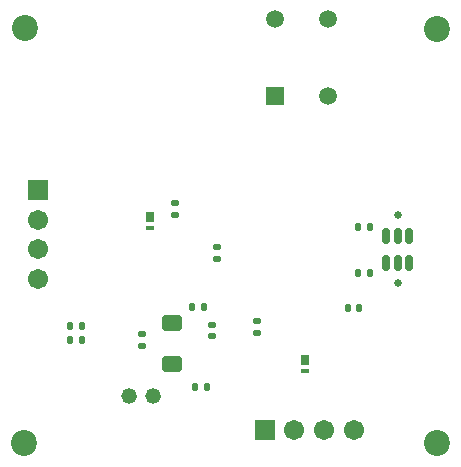
<source format=gbr>
%TF.GenerationSoftware,KiCad,Pcbnew,9.0.1*%
%TF.CreationDate,2025-04-28T02:05:13+08:00*%
%TF.ProjectId,Flight_Control,466c6967-6874-45f4-936f-6e74726f6c2e,rev?*%
%TF.SameCoordinates,Original*%
%TF.FileFunction,Soldermask,Bot*%
%TF.FilePolarity,Negative*%
%FSLAX46Y46*%
G04 Gerber Fmt 4.6, Leading zero omitted, Abs format (unit mm)*
G04 Created by KiCad (PCBNEW 9.0.1) date 2025-04-28 02:05:13*
%MOMM*%
%LPD*%
G01*
G04 APERTURE LIST*
G04 Aperture macros list*
%AMRoundRect*
0 Rectangle with rounded corners*
0 $1 Rounding radius*
0 $2 $3 $4 $5 $6 $7 $8 $9 X,Y pos of 4 corners*
0 Add a 4 corners polygon primitive as box body*
4,1,4,$2,$3,$4,$5,$6,$7,$8,$9,$2,$3,0*
0 Add four circle primitives for the rounded corners*
1,1,$1+$1,$2,$3*
1,1,$1+$1,$4,$5*
1,1,$1+$1,$6,$7*
1,1,$1+$1,$8,$9*
0 Add four rect primitives between the rounded corners*
20,1,$1+$1,$2,$3,$4,$5,0*
20,1,$1+$1,$4,$5,$6,$7,0*
20,1,$1+$1,$6,$7,$8,$9,0*
20,1,$1+$1,$8,$9,$2,$3,0*%
G04 Aperture macros list end*
%ADD10C,1.320800*%
%ADD11C,0.650000*%
%ADD12C,2.200000*%
%ADD13R,1.498600X1.498600*%
%ADD14C,1.498600*%
%ADD15RoundRect,0.102000X0.754000X-0.754000X0.754000X0.754000X-0.754000X0.754000X-0.754000X-0.754000X0*%
%ADD16C,1.712000*%
%ADD17RoundRect,0.102000X0.754000X0.754000X-0.754000X0.754000X-0.754000X-0.754000X0.754000X-0.754000X0*%
%ADD18RoundRect,0.150000X-0.150000X0.512500X-0.150000X-0.512500X0.150000X-0.512500X0.150000X0.512500X0*%
%ADD19RoundRect,0.075000X-0.275000X0.390000X-0.275000X-0.390000X0.275000X-0.390000X0.275000X0.390000X0*%
%ADD20RoundRect,0.075000X-0.275000X0.075000X-0.275000X-0.075000X0.275000X-0.075000X0.275000X0.075000X0*%
%ADD21RoundRect,0.147500X-0.147500X-0.172500X0.147500X-0.172500X0.147500X0.172500X-0.147500X0.172500X0*%
%ADD22RoundRect,0.135000X-0.135000X-0.185000X0.135000X-0.185000X0.135000X0.185000X-0.135000X0.185000X0*%
%ADD23RoundRect,0.135000X-0.185000X0.135000X-0.185000X-0.135000X0.185000X-0.135000X0.185000X0.135000X0*%
%ADD24RoundRect,0.147500X-0.172500X0.147500X-0.172500X-0.147500X0.172500X-0.147500X0.172500X0.147500X0*%
%ADD25RoundRect,0.250000X-0.600000X0.400000X-0.600000X-0.400000X0.600000X-0.400000X0.600000X0.400000X0*%
%ADD26RoundRect,0.135000X0.135000X0.185000X-0.135000X0.185000X-0.135000X-0.185000X0.135000X-0.185000X0*%
%ADD27RoundRect,0.147500X0.172500X-0.147500X0.172500X0.147500X-0.172500X0.147500X-0.172500X-0.147500X0*%
G04 APERTURE END LIST*
D10*
%TO.C,J3*%
X147600001Y-128100000D03*
X145600000Y-128100000D03*
%TD*%
D11*
%TO.C,J2*%
X168337500Y-118590000D03*
X168337500Y-112810000D03*
%TD*%
D12*
%TO.C,H1*%
X136800000Y-97000000D03*
%TD*%
D13*
%TO.C,SW1*%
X157960599Y-102750001D03*
D14*
X157960599Y-96250000D03*
X162460600Y-102750001D03*
X162460600Y-96250000D03*
%TD*%
D12*
%TO.C,H4*%
X136700000Y-132100000D03*
%TD*%
%TO.C,H2*%
X171700000Y-97100000D03*
%TD*%
D15*
%TO.C,J1*%
X137900000Y-110700000D03*
D16*
X137900000Y-113200000D03*
X137900000Y-115700000D03*
X137900000Y-118200000D03*
%TD*%
D17*
%TO.C,J4*%
X157100000Y-131000000D03*
D16*
X159600000Y-131000000D03*
X162100000Y-131000000D03*
X164600000Y-131000000D03*
%TD*%
D12*
%TO.C,H3*%
X171700000Y-132100000D03*
%TD*%
D18*
%TO.C,U4*%
X167387500Y-114612500D03*
X168337500Y-114612500D03*
X169287500Y-114612500D03*
X169287500Y-116887500D03*
X168337500Y-116887500D03*
X167387500Y-116887500D03*
%TD*%
D19*
%TO.C,D2*%
X160500000Y-125100000D03*
D20*
X160500000Y-125985000D03*
%TD*%
D21*
%TO.C,D3*%
X164115000Y-120700000D03*
X165085000Y-120700000D03*
%TD*%
D22*
%TO.C,R11*%
X151190000Y-127400000D03*
X152210000Y-127400000D03*
%TD*%
D23*
%TO.C,R5*%
X146700000Y-122900000D03*
X146700000Y-123920000D03*
%TD*%
D22*
%TO.C,R6*%
X150890000Y-120600000D03*
X151910000Y-120600000D03*
%TD*%
D23*
%TO.C,R16*%
X153000000Y-115500000D03*
X153000000Y-116520000D03*
%TD*%
%TO.C,R17*%
X156400000Y-121790000D03*
X156400000Y-122810000D03*
%TD*%
D22*
%TO.C,R2*%
X164980000Y-113800000D03*
X166000000Y-113800000D03*
%TD*%
%TO.C,R3*%
X140590000Y-122200000D03*
X141610000Y-122200000D03*
%TD*%
D24*
%TO.C,L2*%
X149500000Y-111800000D03*
X149500000Y-112770000D03*
%TD*%
D25*
%TO.C,D1*%
X149200000Y-121950000D03*
X149200000Y-125450000D03*
%TD*%
D19*
%TO.C,D6*%
X147400000Y-112990000D03*
D20*
X147400000Y-113875000D03*
%TD*%
D26*
%TO.C,R1*%
X166000000Y-117700000D03*
X164980000Y-117700000D03*
%TD*%
%TO.C,R7*%
X141610000Y-123400000D03*
X140590000Y-123400000D03*
%TD*%
D27*
%TO.C,D4*%
X152600000Y-123085000D03*
X152600000Y-122115000D03*
%TD*%
M02*

</source>
